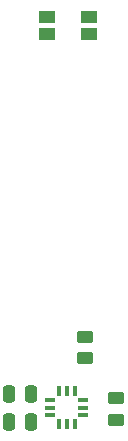
<source format=gbr>
%TF.GenerationSoftware,KiCad,Pcbnew,7.0.5-0*%
%TF.CreationDate,2023-07-31T21:18:35+02:00*%
%TF.ProjectId,wireless-wizard-wand,77697265-6c65-4737-932d-77697a617264,rev?*%
%TF.SameCoordinates,Original*%
%TF.FileFunction,Paste,Top*%
%TF.FilePolarity,Positive*%
%FSLAX46Y46*%
G04 Gerber Fmt 4.6, Leading zero omitted, Abs format (unit mm)*
G04 Created by KiCad (PCBNEW 7.0.5-0) date 2023-07-31 21:18:35*
%MOMM*%
%LPD*%
G01*
G04 APERTURE LIST*
G04 Aperture macros list*
%AMRoundRect*
0 Rectangle with rounded corners*
0 $1 Rounding radius*
0 $2 $3 $4 $5 $6 $7 $8 $9 X,Y pos of 4 corners*
0 Add a 4 corners polygon primitive as box body*
4,1,4,$2,$3,$4,$5,$6,$7,$8,$9,$2,$3,0*
0 Add four circle primitives for the rounded corners*
1,1,$1+$1,$2,$3*
1,1,$1+$1,$4,$5*
1,1,$1+$1,$6,$7*
1,1,$1+$1,$8,$9*
0 Add four rect primitives between the rounded corners*
20,1,$1+$1,$2,$3,$4,$5,0*
20,1,$1+$1,$4,$5,$6,$7,0*
20,1,$1+$1,$6,$7,$8,$9,0*
20,1,$1+$1,$8,$9,$2,$3,0*%
G04 Aperture macros list end*
%ADD10RoundRect,0.250000X-0.450000X0.262500X-0.450000X-0.262500X0.450000X-0.262500X0.450000X0.262500X0*%
%ADD11RoundRect,0.250000X0.250000X0.475000X-0.250000X0.475000X-0.250000X-0.475000X0.250000X-0.475000X0*%
%ADD12R,1.400000X1.050000*%
%ADD13R,0.950000X0.350000*%
%ADD14R,0.350000X0.950000*%
%ADD15RoundRect,0.250000X0.450000X-0.262500X0.450000X0.262500X-0.450000X0.262500X-0.450000X-0.262500X0*%
G04 APERTURE END LIST*
D10*
%TO.C,R1*%
X95000000Y-58425000D03*
X95000000Y-56600000D03*
%TD*%
D11*
%TO.C,C1*%
X90500000Y-61400000D03*
X88600000Y-61400000D03*
%TD*%
%TO.C,C2*%
X88600000Y-63800000D03*
X90500000Y-63800000D03*
%TD*%
D12*
%TO.C,S1*%
X95400000Y-30925000D03*
X91800000Y-30925000D03*
X95400000Y-29475000D03*
X91800000Y-29475000D03*
%TD*%
D13*
%TO.C,U2*%
X92100000Y-61950000D03*
X92100000Y-62600000D03*
X92100000Y-63250000D03*
D14*
X92850000Y-64000000D03*
X93500000Y-64000000D03*
X94150000Y-64000000D03*
D13*
X94900000Y-63250000D03*
X94900000Y-62600000D03*
X94900000Y-61950000D03*
D14*
X94150000Y-61200000D03*
X93500000Y-61200000D03*
X92850000Y-61200000D03*
%TD*%
D15*
%TO.C,R2*%
X97700000Y-61800000D03*
X97700000Y-63625000D03*
%TD*%
M02*

</source>
